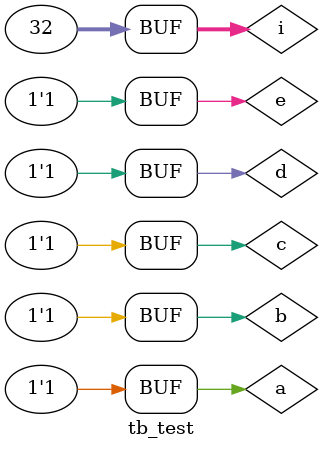
<source format=sv>
`timescale 1ns / 1ps



module tb_test();

	reg a, b, c, d, e;
	integer i;


	initial begin
		$monitor("a=%0b b=%0b c=%0b d=%0b e=%0b", a, b, c, d, e);

		a <= 0;
		b <= 0;
		c <= 0;
		d <= 0;
		e <= 1;

		

		for (i=0;  i<32; i=i+1) begin
			{a,b,c,d,e} = i;
			$display("int: %d", i);
			#10;
		end
	end

endmodule

</source>
